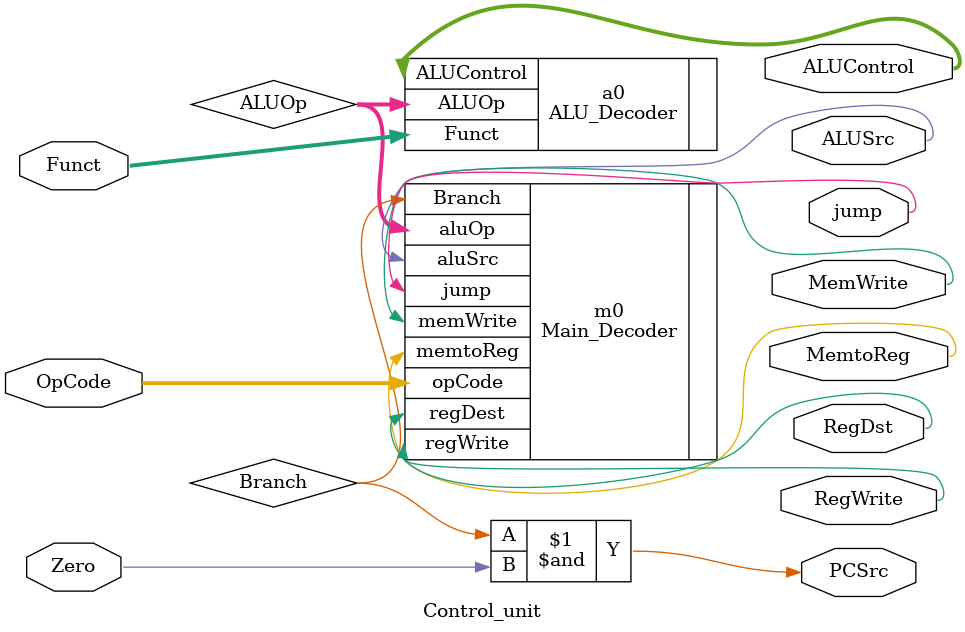
<source format=v>
module Control_unit 
  (input   wire      [5:0]  OpCode,
   input   wire      [5:0]  Funct,
   input   wire             Zero,
   output  wire             MemtoReg,
   output  wire             MemWrite,
   output  wire             ALUSrc,
   output  wire             RegDst,
   output  wire             RegWrite,
   output  wire             jump,
   output  wire      [2:0]  ALUControl,
   output  wire             PCSrc
      );
  wire             Branch;      
  wire      [1:0]  ALUOp;
  
  
   
  Main_Decoder m0(.opCode(OpCode),
                  .jump(jump),
                  .aluOp(ALUOp),
                  .memWrite(MemWrite),
                  .regWrite(RegWrite),
                  .regDest(RegDst),
                  .aluSrc(ALUSrc),
                  .memtoReg(MemtoReg),
                  .Branch(Branch));
                  
  assign PCSrc=Branch&Zero;
  
   ALU_Decoder a0(.ALUOp(ALUOp),
                 .Funct(Funct),
                 .ALUControl(ALUControl));

                endmodule
  
  
</source>
